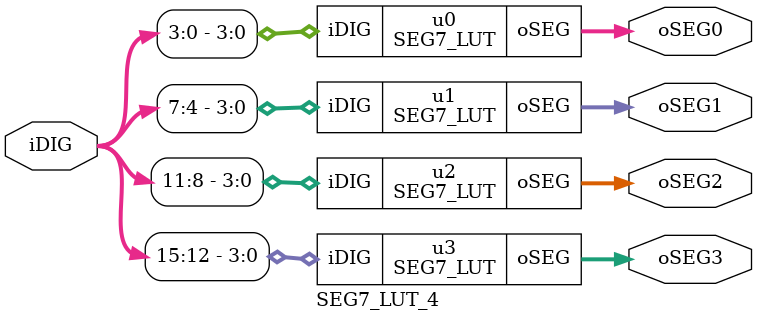
<source format=v>

module SEG7_LUT	(	oSEG,iDIG	);
input	[3:0]	iDIG;
output	[6:0]	oSEG;
reg		[6:0]	oSEG;

always @(iDIG)
begin
		case(iDIG)
		4'h1: oSEG = 7'b1111001;	// ---t----
		4'h2: oSEG = 7'b0100100; 	// |	  |
		4'h3: oSEG = 7'b0110000; 	// lt	 rt
		4'h4: oSEG = 7'b0011001; 	// |	  |
		4'h5: oSEG = 7'b0010010; 	// ---m----
		4'h6: oSEG = 7'b0000010; 	// |	  |
		4'h7: oSEG = 7'b1111000; 	// lb	 rb
		4'h8: oSEG = 7'b0000000; 	// |	  |
		4'h9: oSEG = 7'b0011000; 	// ---b----
		4'ha: oSEG = 7'b0001000;
		4'hb: oSEG = 7'b0000011;
		4'hc: oSEG = 7'b1000110;
		4'hd: oSEG = 7'b0100001;
		4'he: oSEG = 7'b0000110;
		4'hf: oSEG = 7'b0001110;
		4'h0: oSEG = 7'b1000000;
		endcase
end
endmodule

module SEG7_LUT_4 (	oSEG0,oSEG1,oSEG2,oSEG3,iDIG );
input	[15:0]	iDIG;
output	[6:0]	oSEG0,oSEG1,oSEG2,oSEG3;

SEG7_LUT	u0	(	oSEG0,iDIG[3:0]		);
SEG7_LUT	u1	(	oSEG1,iDIG[7:4]		);
SEG7_LUT	u2	(	oSEG2,iDIG[11:8]	);
SEG7_LUT	u3	(	oSEG3,iDIG[15:12]	);

endmodule

// $Id$

</source>
